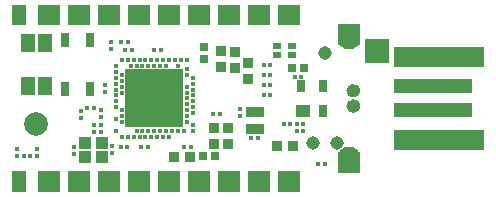
<source format=gts>
G04 Layer_Color=8388736*
%FSLAX24Y24*%
%MOIN*%
G70*
G01*
G75*
%ADD62C,0.0240*%
%ADD63R,0.3020X0.0660*%
%ADD64R,0.2620X0.0460*%
%ADD65R,0.0316X0.0473*%
%ADD66R,0.0473X0.0611*%
%ADD67R,0.1941X0.1941*%
%ADD68C,0.0148*%
%ADD69R,0.0257X0.0217*%
%ADD70R,0.0787X0.0787*%
%ADD71R,0.0296X0.0395*%
%ADD72R,0.0454X0.0395*%
%ADD73R,0.0360X0.0380*%
%ADD74R,0.0375X0.0355*%
%ADD75R,0.0257X0.0296*%
%ADD76R,0.0316X0.0257*%
%ADD77R,0.0434X0.0395*%
%ADD78R,0.0166X0.0178*%
%ADD79R,0.0611X0.0355*%
%ADD80R,0.0178X0.0166*%
%ADD81C,0.0787*%
%ADD82C,0.0769*%
%ADD83R,0.0296X0.0257*%
%ADD84R,0.0355X0.0375*%
%ADD85C,0.0139*%
%ADD86R,0.0769X0.0592*%
%ADD87R,0.0500X0.0592*%
%ADD88C,0.0450*%
%ADD89R,0.0500X0.0158*%
%ADD90R,0.0769X0.0158*%
%ADD91R,0.0769X0.0631*%
D62*
X13485Y256D02*
G03*
X13485Y256I-110J0D01*
G01*
X13507D02*
G03*
X13507Y256I-110J0D01*
G01*
X13485Y-256D02*
G03*
X13485Y-256I-110J0D01*
G01*
X13507D02*
G03*
X13507Y-256I-110J0D01*
G01*
D63*
X16236Y-1376D02*
D03*
Y1382D02*
D03*
D64*
X16037Y-396D02*
D03*
Y398D02*
D03*
D65*
X3757Y313D02*
D03*
Y1947D02*
D03*
X4603Y313D02*
D03*
Y1947D02*
D03*
D66*
X2545Y421D02*
D03*
X3115D02*
D03*
Y1839D02*
D03*
X2545D02*
D03*
D67*
X6750Y0D02*
D03*
D68*
X5667Y1280D02*
D03*
X5864D02*
D03*
X6061D02*
D03*
X6258D02*
D03*
X6455D02*
D03*
X6652D02*
D03*
X6848D02*
D03*
X7045D02*
D03*
X7242D02*
D03*
X7439D02*
D03*
X7636D02*
D03*
X7833D02*
D03*
X5470Y1083D02*
D03*
X5963D02*
D03*
X6159D02*
D03*
X6356D02*
D03*
X6553D02*
D03*
X6750D02*
D03*
X6947D02*
D03*
X7144D02*
D03*
X7537D02*
D03*
X7833Y984D02*
D03*
X5470Y886D02*
D03*
X5667Y787D02*
D03*
X7833D02*
D03*
X5470Y689D02*
D03*
X8030D02*
D03*
X5667Y591D02*
D03*
X5470Y492D02*
D03*
X8030D02*
D03*
X5667Y394D02*
D03*
X7833D02*
D03*
X5470Y295D02*
D03*
X8030D02*
D03*
X5667Y197D02*
D03*
X7833D02*
D03*
X5470Y98D02*
D03*
X8030D02*
D03*
X7833Y0D02*
D03*
X5470Y-98D02*
D03*
X8030D02*
D03*
X7833Y-197D02*
D03*
X5470Y-295D02*
D03*
X8030D02*
D03*
X5667Y-394D02*
D03*
X7833D02*
D03*
X8030Y-492D02*
D03*
X5667Y-591D02*
D03*
X7833D02*
D03*
X5470Y-689D02*
D03*
X7833Y-787D02*
D03*
X8030Y-886D02*
D03*
X5667Y-787D02*
D03*
X5470Y-1083D02*
D03*
X6159D02*
D03*
X6356D02*
D03*
X6553D02*
D03*
X6750D02*
D03*
X6947D02*
D03*
X7144D02*
D03*
X7341D02*
D03*
X7537D02*
D03*
X7734D02*
D03*
X8030D02*
D03*
X5667Y-1280D02*
D03*
X6061D02*
D03*
X6258D02*
D03*
X6455D02*
D03*
X6652D02*
D03*
X6848D02*
D03*
X7045D02*
D03*
X7242D02*
D03*
X5864D02*
D03*
D69*
X11356Y1738D02*
D03*
X10844D02*
D03*
Y1462D02*
D03*
X11356D02*
D03*
D70*
X14173Y1575D02*
D03*
D71*
X11626Y404D02*
D03*
X12374D02*
D03*
Y-404D02*
D03*
D72*
X11705D02*
D03*
D73*
X10825Y-1600D02*
D03*
X11375D02*
D03*
D74*
X9430Y1000D02*
D03*
Y1532D02*
D03*
X8730Y-984D02*
D03*
Y-1516D02*
D03*
X9190D02*
D03*
Y-984D02*
D03*
X9880Y1182D02*
D03*
Y650D02*
D03*
X8980Y1582D02*
D03*
Y1050D02*
D03*
D75*
X8400Y1313D02*
D03*
Y1707D02*
D03*
D76*
X8383Y-1914D02*
D03*
X8757D02*
D03*
D77*
X4426Y-1488D02*
D03*
Y-1941D02*
D03*
X4997D02*
D03*
Y-1488D02*
D03*
D78*
X4734Y-303D02*
D03*
X4509D02*
D03*
X5862Y1880D02*
D03*
X5638D02*
D03*
X2398Y-1920D02*
D03*
X2622D02*
D03*
X12442Y-2170D02*
D03*
X12218D02*
D03*
X11722Y-840D02*
D03*
X11498D02*
D03*
X11652Y720D02*
D03*
X11428D02*
D03*
X11282Y-840D02*
D03*
X11058D02*
D03*
X11722Y-1070D02*
D03*
X11498D02*
D03*
X9968Y-1330D02*
D03*
X10192D02*
D03*
X6524Y-1615D02*
D03*
X6299D02*
D03*
X5629D02*
D03*
X5854D02*
D03*
X4739Y-1105D02*
D03*
X4964D02*
D03*
X4964Y-875D02*
D03*
X4739D02*
D03*
X6002Y1626D02*
D03*
X5778D02*
D03*
X6962D02*
D03*
X6738D02*
D03*
X8942Y-514D02*
D03*
X8718D02*
D03*
X7962Y-1620D02*
D03*
X7738D02*
D03*
X10622Y120D02*
D03*
X10398D02*
D03*
X10622Y453D02*
D03*
X10398D02*
D03*
X10622Y1120D02*
D03*
X10398D02*
D03*
X10622Y787D02*
D03*
X10398D02*
D03*
D79*
X10100Y-455D02*
D03*
Y-1025D02*
D03*
D80*
X2170Y-1912D02*
D03*
Y-1688D02*
D03*
X5320Y1643D02*
D03*
Y1867D02*
D03*
X2850Y-1688D02*
D03*
Y-1912D02*
D03*
X9610Y-576D02*
D03*
Y-352D02*
D03*
X5110Y452D02*
D03*
Y228D02*
D03*
X4300Y-418D02*
D03*
Y-642D02*
D03*
X4958Y-390D02*
D03*
Y-614D02*
D03*
X5342Y-1807D02*
D03*
Y-1583D02*
D03*
X4082Y-1623D02*
D03*
Y-1847D02*
D03*
D81*
X2820Y-850D02*
D03*
D82*
X13250Y-2000D02*
D03*
Y2000D02*
D03*
D83*
X11747Y1020D02*
D03*
X11353D02*
D03*
D84*
X7947Y-1955D02*
D03*
X7416D02*
D03*
D85*
X13253Y256D02*
D03*
X13519D02*
D03*
X13253Y-256D02*
D03*
X13519D02*
D03*
D86*
X9250Y-2734D02*
D03*
X11250D02*
D03*
X3250Y2734D02*
D03*
X4250D02*
D03*
X7250D02*
D03*
X6250D02*
D03*
X5250D02*
D03*
X3250Y-2734D02*
D03*
X4250D02*
D03*
X5250D02*
D03*
X6250D02*
D03*
X7250D02*
D03*
X8250D02*
D03*
X10250D02*
D03*
X11250Y2734D02*
D03*
X10250D02*
D03*
X8250D02*
D03*
X9250D02*
D03*
D87*
X2250Y-2734D02*
D03*
Y2734D02*
D03*
D88*
X12050Y-1500D02*
D03*
X12850D02*
D03*
X12450Y1500D02*
D03*
D89*
X2250Y3050D02*
D03*
Y-3050D02*
D03*
D90*
X3250D02*
D03*
X4250D02*
D03*
X5250D02*
D03*
X6250D02*
D03*
X7250D02*
D03*
X8250D02*
D03*
X9250D02*
D03*
X10250D02*
D03*
X11250D02*
D03*
X13250Y-2416D02*
D03*
Y2416D02*
D03*
X11250Y3050D02*
D03*
X10250D02*
D03*
X9250D02*
D03*
X8250D02*
D03*
X7250D02*
D03*
X6250D02*
D03*
X5250D02*
D03*
X4250D02*
D03*
X3250D02*
D03*
D91*
X13250Y-2081D02*
D03*
Y2081D02*
D03*
M02*

</source>
